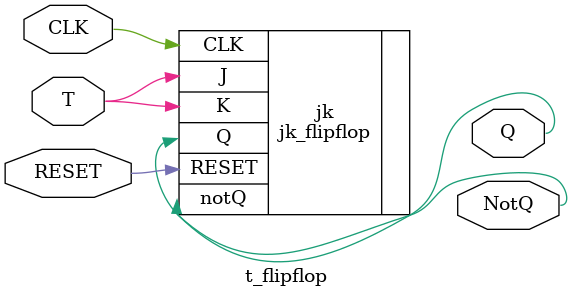
<source format=v>
module t_flipflop (
    input CLK, T, RESET,
    output Q,
    output NotQ
);

    jk_flipflop jk(
        .J(T),
        .K(T),
        .CLK(CLK),
        .Q(Q),
        .notQ(NotQ),
        .RESET(RESET)
    );
    
endmodule
</source>
